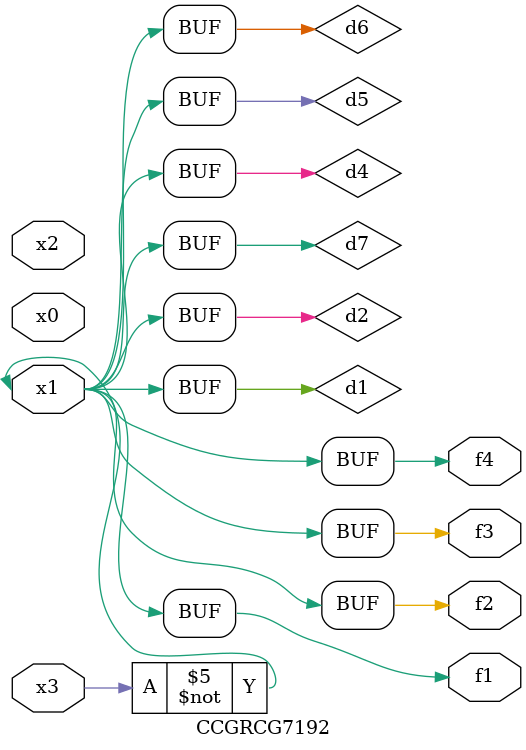
<source format=v>
module CCGRCG7192(
	input x0, x1, x2, x3,
	output f1, f2, f3, f4
);

	wire d1, d2, d3, d4, d5, d6, d7;

	not (d1, x3);
	buf (d2, x1);
	xnor (d3, d1, d2);
	nor (d4, d1);
	buf (d5, d1, d2);
	buf (d6, d4, d5);
	nand (d7, d4);
	assign f1 = d6;
	assign f2 = d7;
	assign f3 = d6;
	assign f4 = d6;
endmodule

</source>
